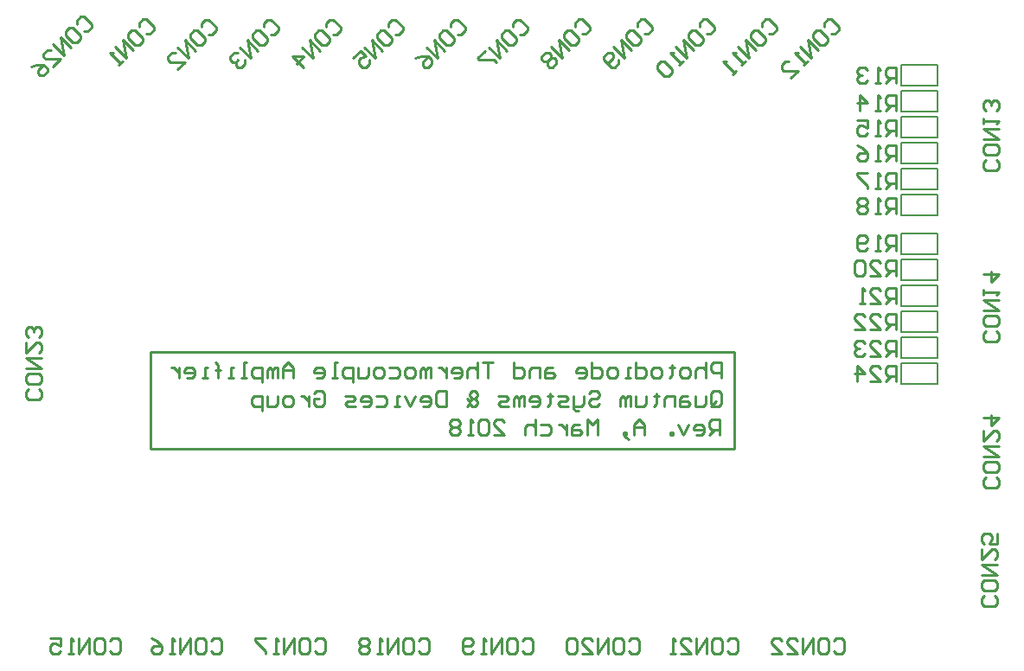
<source format=gbo>
G04 Layer_Color=32896*
%FSLAX25Y25*%
%MOIN*%
G70*
G01*
G75*
%ADD32C,0.00500*%
%ADD34C,0.01000*%
D32*
X457000Y443000D02*
X471000D01*
X457000Y451000D02*
X471000D01*
Y443000D02*
Y451000D01*
X457000Y443000D02*
Y451000D01*
Y433000D02*
X471000D01*
X457000Y441000D02*
X471000D01*
Y433000D02*
Y441000D01*
X457000Y433000D02*
Y441000D01*
Y423000D02*
X471000D01*
X457000Y431000D02*
X471000D01*
Y423000D02*
Y431000D01*
X457000Y423000D02*
Y431000D01*
Y413000D02*
X471000D01*
X457000Y421000D02*
X471000D01*
Y413000D02*
Y421000D01*
X457000Y413000D02*
Y421000D01*
Y403000D02*
X471000D01*
X457000Y411000D02*
X471000D01*
Y403000D02*
Y411000D01*
X457000Y403000D02*
Y411000D01*
Y393000D02*
X471000D01*
X457000Y401000D02*
X471000D01*
Y393000D02*
Y401000D01*
X457000Y393000D02*
Y401000D01*
Y378000D02*
X471000D01*
X457000Y386000D02*
X471000D01*
Y378000D02*
Y386000D01*
X457000Y378000D02*
Y386000D01*
Y368000D02*
X471000D01*
X457000Y376000D02*
X471000D01*
Y368000D02*
Y376000D01*
X457000Y368000D02*
Y376000D01*
Y358000D02*
X471000D01*
X457000Y366000D02*
X471000D01*
Y358000D02*
Y366000D01*
X457000Y358000D02*
Y366000D01*
Y348000D02*
X471000D01*
X457000Y356000D02*
X471000D01*
Y348000D02*
Y356000D01*
X457000Y348000D02*
Y356000D01*
Y338000D02*
X471000D01*
X457000Y346000D02*
X471000D01*
Y338000D02*
Y346000D01*
X457000Y338000D02*
Y346000D01*
Y328000D02*
X471000D01*
X457000Y336000D02*
X471000D01*
Y328000D02*
Y336000D01*
X457000Y328000D02*
Y336000D01*
D34*
X167500Y303000D02*
Y340500D01*
Y303000D02*
X392500D01*
Y340500D01*
X167500D02*
X392500D01*
X163138Y465707D02*
Y467121D01*
X164552Y468534D01*
X165966D01*
X168793Y465707D01*
Y464293D01*
X167379Y462879D01*
X165966D01*
X158897D02*
X160311Y464293D01*
X161724D01*
X164552Y461466D01*
Y460052D01*
X163138Y458638D01*
X161724D01*
X158897Y461466D01*
Y462879D01*
X161018Y456518D02*
X156776Y460759D01*
X158190Y453690D01*
X153949Y457931D01*
X156776Y452276D02*
X155362Y450862D01*
X156069Y451569D01*
X151828Y455811D01*
X153242D01*
X187138Y465586D02*
Y467000D01*
X188552Y468414D01*
X189966D01*
X192793Y465586D01*
Y464173D01*
X191379Y462759D01*
X189966D01*
X182897D02*
X184311Y464173D01*
X185724D01*
X188552Y461345D01*
Y459931D01*
X187138Y458518D01*
X185724D01*
X182897Y461345D01*
Y462759D01*
X185018Y456397D02*
X180776Y460638D01*
X182190Y453569D01*
X177949Y457811D01*
Y449328D02*
X180776Y452156D01*
X175121D01*
X174414Y452862D01*
Y454276D01*
X175828Y455690D01*
X177242D01*
X211138Y465586D02*
Y467000D01*
X212552Y468414D01*
X213966D01*
X216793Y465586D01*
Y464173D01*
X215379Y462759D01*
X213966D01*
X206897D02*
X208311Y464173D01*
X209724D01*
X212552Y461345D01*
Y459931D01*
X211138Y458518D01*
X209724D01*
X206897Y461345D01*
Y462759D01*
X209017Y456397D02*
X204776Y460638D01*
X206190Y453569D01*
X201949Y457811D01*
X201242Y455690D02*
X199828D01*
X198414Y454276D01*
Y452862D01*
X199121Y452156D01*
X200535D01*
X201242Y452862D01*
X200535Y452156D01*
Y450742D01*
X201242Y450035D01*
X202656D01*
X204069Y451449D01*
Y452862D01*
X235138Y465586D02*
Y467000D01*
X236552Y468414D01*
X237966D01*
X240793Y465586D01*
Y464173D01*
X239379Y462759D01*
X237966D01*
X230897D02*
X232311Y464173D01*
X233724D01*
X236552Y461345D01*
Y459931D01*
X235138Y458518D01*
X233724D01*
X230897Y461345D01*
Y462759D01*
X233017Y456397D02*
X228776Y460638D01*
X230190Y453569D01*
X225949Y457811D01*
X226656Y450035D02*
X222414Y454276D01*
X226656D01*
X223828Y451449D01*
X259138Y465586D02*
Y467000D01*
X260552Y468414D01*
X261966D01*
X264793Y465586D01*
Y464173D01*
X263379Y462759D01*
X261966D01*
X254897D02*
X256311Y464173D01*
X257724D01*
X260552Y461345D01*
Y459931D01*
X259138Y458518D01*
X257724D01*
X254897Y461345D01*
Y462759D01*
X257017Y456397D02*
X252776Y460638D01*
X254190Y453569D01*
X249949Y457811D01*
X245707Y453569D02*
X248535Y456397D01*
X250656Y454276D01*
X248535Y453569D01*
X247828Y452862D01*
Y451449D01*
X249242Y450035D01*
X250656D01*
X252069Y451449D01*
Y452862D01*
X283138Y465586D02*
Y467000D01*
X284552Y468414D01*
X285966D01*
X288793Y465586D01*
Y464173D01*
X287379Y462759D01*
X285966D01*
X278897D02*
X280311Y464173D01*
X281724D01*
X284552Y461345D01*
Y459931D01*
X283138Y458518D01*
X281724D01*
X278897Y461345D01*
Y462759D01*
X281017Y456397D02*
X276776Y460638D01*
X278190Y453569D01*
X273949Y457811D01*
X269707Y453569D02*
X271828Y454276D01*
X274656D01*
X276069Y452862D01*
Y451449D01*
X274656Y450035D01*
X273242D01*
X272535Y450742D01*
Y452156D01*
X274656Y454276D01*
X307138Y465586D02*
Y467000D01*
X308552Y468414D01*
X309966D01*
X312793Y465586D01*
Y464173D01*
X311379Y462759D01*
X309966D01*
X302897D02*
X304311Y464173D01*
X305724D01*
X308552Y461345D01*
Y459931D01*
X307138Y458518D01*
X305724D01*
X302897Y461345D01*
Y462759D01*
X305017Y456397D02*
X300776Y460638D01*
X302190Y453569D01*
X297949Y457811D01*
X296535Y456397D02*
X293707Y453569D01*
X294414Y452862D01*
X300069D01*
X300776Y452156D01*
X331138Y465707D02*
Y467121D01*
X332552Y468534D01*
X333966D01*
X336793Y465707D01*
Y464293D01*
X335379Y462879D01*
X333966D01*
X326897D02*
X328311Y464293D01*
X329724D01*
X332552Y461466D01*
Y460052D01*
X331138Y458638D01*
X329724D01*
X326897Y461466D01*
Y462879D01*
X329017Y456518D02*
X324776Y460759D01*
X326190Y453690D01*
X321949Y457931D01*
X321242Y455811D02*
X319828D01*
X318414Y454397D01*
Y452983D01*
X319121Y452276D01*
X320535D01*
Y450862D01*
X321242Y450156D01*
X322656D01*
X324069Y451569D01*
Y452983D01*
X323362Y453690D01*
X321949D01*
Y455104D01*
X321242Y455811D01*
X321949Y453690D02*
X320535Y452276D01*
X355138Y465707D02*
Y467121D01*
X356552Y468534D01*
X357966D01*
X360793Y465707D01*
Y464293D01*
X359379Y462879D01*
X357966D01*
X350897D02*
X352311Y464293D01*
X353724D01*
X356552Y461466D01*
Y460052D01*
X355138Y458638D01*
X353724D01*
X350897Y461466D01*
Y462879D01*
X353017Y456518D02*
X348776Y460759D01*
X350190Y453690D01*
X345949Y457931D01*
X348069Y452983D02*
Y451569D01*
X346656Y450156D01*
X345242D01*
X342414Y452983D01*
Y454397D01*
X343828Y455811D01*
X345242D01*
X345949Y455104D01*
Y453690D01*
X343828Y451569D01*
X379138Y465707D02*
Y467121D01*
X380552Y468534D01*
X381966D01*
X384793Y465707D01*
Y464293D01*
X383379Y462879D01*
X381966D01*
X374897D02*
X376311Y464293D01*
X377724D01*
X380552Y461466D01*
Y460052D01*
X379138Y458638D01*
X377724D01*
X374897Y461466D01*
Y462879D01*
X377017Y456518D02*
X372776Y460759D01*
X374190Y453690D01*
X369949Y457931D01*
X372776Y452276D02*
X371362Y450862D01*
X372069Y451569D01*
X367828Y455811D01*
X369242D01*
X365707Y452276D02*
X364294D01*
X362880Y450862D01*
Y449449D01*
X365707Y446621D01*
X367121D01*
X368535Y448035D01*
Y449449D01*
X365707Y452276D01*
X403138Y465707D02*
Y467121D01*
X404552Y468534D01*
X405966D01*
X408793Y465707D01*
Y464293D01*
X407379Y462879D01*
X405966D01*
X398897D02*
X400311Y464293D01*
X401724D01*
X404552Y461466D01*
Y460052D01*
X403138Y458638D01*
X401724D01*
X398897Y461466D01*
Y462879D01*
X401018Y456518D02*
X396776Y460759D01*
X398190Y453690D01*
X393949Y457931D01*
X396776Y452276D02*
X395362Y450862D01*
X396069Y451569D01*
X391828Y455811D01*
X393242D01*
Y448742D02*
X391828Y447328D01*
X392535Y448035D01*
X388294Y452276D01*
X389707D01*
X427138Y465707D02*
Y467121D01*
X428552Y468534D01*
X429966D01*
X432793Y465707D01*
Y464293D01*
X431379Y462879D01*
X429966D01*
X422897D02*
X424311Y464293D01*
X425724D01*
X428552Y461466D01*
Y460052D01*
X427138Y458638D01*
X425724D01*
X422897Y461466D01*
Y462879D01*
X425017Y456518D02*
X420776Y460759D01*
X422190Y453690D01*
X417949Y457931D01*
X420776Y452276D02*
X419362Y450862D01*
X420069Y451569D01*
X415828Y455811D01*
X417242D01*
X414414Y445914D02*
X417242Y448742D01*
X411587D01*
X410880Y449449D01*
Y450862D01*
X412294Y452276D01*
X413707D01*
X493498Y414499D02*
X494498Y413499D01*
Y411500D01*
X493498Y410500D01*
X489500D01*
X488500Y411500D01*
Y413499D01*
X489500Y414499D01*
X494498Y419497D02*
Y417498D01*
X493498Y416498D01*
X489500D01*
X488500Y417498D01*
Y419497D01*
X489500Y420497D01*
X493498D01*
X494498Y419497D01*
X488500Y422496D02*
X494498D01*
X488500Y426495D01*
X494498D01*
X488500Y428494D02*
Y430493D01*
Y429494D01*
X494498D01*
X493498Y428494D01*
Y433493D02*
X494498Y434492D01*
Y436492D01*
X493498Y437491D01*
X492499D01*
X491499Y436492D01*
Y435492D01*
Y436492D01*
X490499Y437491D01*
X489500D01*
X488500Y436492D01*
Y434492D01*
X489500Y433493D01*
X493498Y348499D02*
X494498Y347499D01*
Y345500D01*
X493498Y344500D01*
X489500D01*
X488500Y345500D01*
Y347499D01*
X489500Y348499D01*
X494498Y353497D02*
Y351498D01*
X493498Y350498D01*
X489500D01*
X488500Y351498D01*
Y353497D01*
X489500Y354497D01*
X493498D01*
X494498Y353497D01*
X488500Y356496D02*
X494498D01*
X488500Y360495D01*
X494498D01*
X488500Y362494D02*
Y364493D01*
Y363494D01*
X494498D01*
X493498Y362494D01*
X488500Y370492D02*
X494498D01*
X491499Y367493D01*
Y371491D01*
X152001Y228998D02*
X153001Y229998D01*
X155000D01*
X156000Y228998D01*
Y225000D01*
X155000Y224000D01*
X153001D01*
X152001Y225000D01*
X147003Y229998D02*
X149002D01*
X150002Y228998D01*
Y225000D01*
X149002Y224000D01*
X147003D01*
X146003Y225000D01*
Y228998D01*
X147003Y229998D01*
X144004Y224000D02*
Y229998D01*
X140005Y224000D01*
Y229998D01*
X138006Y224000D02*
X136006D01*
X137006D01*
Y229998D01*
X138006Y228998D01*
X129009Y229998D02*
X133007D01*
Y226999D01*
X131008Y227999D01*
X130008D01*
X129009Y226999D01*
Y225000D01*
X130008Y224000D01*
X132008D01*
X133007Y225000D01*
X191001Y228998D02*
X192001Y229998D01*
X194000D01*
X195000Y228998D01*
Y225000D01*
X194000Y224000D01*
X192001D01*
X191001Y225000D01*
X186003Y229998D02*
X188002D01*
X189002Y228998D01*
Y225000D01*
X188002Y224000D01*
X186003D01*
X185003Y225000D01*
Y228998D01*
X186003Y229998D01*
X183004Y224000D02*
Y229998D01*
X179005Y224000D01*
Y229998D01*
X177006Y224000D02*
X175006D01*
X176006D01*
Y229998D01*
X177006Y228998D01*
X168009Y229998D02*
X170008Y228998D01*
X172007Y226999D01*
Y225000D01*
X171008Y224000D01*
X169008D01*
X168009Y225000D01*
Y225999D01*
X169008Y226999D01*
X172007D01*
X231001Y228998D02*
X232001Y229998D01*
X234000D01*
X235000Y228998D01*
Y225000D01*
X234000Y224000D01*
X232001D01*
X231001Y225000D01*
X226003Y229998D02*
X228002D01*
X229002Y228998D01*
Y225000D01*
X228002Y224000D01*
X226003D01*
X225003Y225000D01*
Y228998D01*
X226003Y229998D01*
X223004Y224000D02*
Y229998D01*
X219005Y224000D01*
Y229998D01*
X217006Y224000D02*
X215006D01*
X216006D01*
Y229998D01*
X217006Y228998D01*
X212007Y229998D02*
X208009D01*
Y228998D01*
X212007Y225000D01*
Y224000D01*
X271001Y228998D02*
X272001Y229998D01*
X274000D01*
X275000Y228998D01*
Y225000D01*
X274000Y224000D01*
X272001D01*
X271001Y225000D01*
X266003Y229998D02*
X268002D01*
X269002Y228998D01*
Y225000D01*
X268002Y224000D01*
X266003D01*
X265003Y225000D01*
Y228998D01*
X266003Y229998D01*
X263004Y224000D02*
Y229998D01*
X259005Y224000D01*
Y229998D01*
X257006Y224000D02*
X255007D01*
X256006D01*
Y229998D01*
X257006Y228998D01*
X252007D02*
X251008Y229998D01*
X249008D01*
X248009Y228998D01*
Y227999D01*
X249008Y226999D01*
X248009Y225999D01*
Y225000D01*
X249008Y224000D01*
X251008D01*
X252007Y225000D01*
Y225999D01*
X251008Y226999D01*
X252007Y227999D01*
Y228998D01*
X251008Y226999D02*
X249008D01*
X311001Y228998D02*
X312001Y229998D01*
X314000D01*
X315000Y228998D01*
Y225000D01*
X314000Y224000D01*
X312001D01*
X311001Y225000D01*
X306003Y229998D02*
X308002D01*
X309002Y228998D01*
Y225000D01*
X308002Y224000D01*
X306003D01*
X305003Y225000D01*
Y228998D01*
X306003Y229998D01*
X303004Y224000D02*
Y229998D01*
X299005Y224000D01*
Y229998D01*
X297006Y224000D02*
X295006D01*
X296006D01*
Y229998D01*
X297006Y228998D01*
X292007Y225000D02*
X291008Y224000D01*
X289008D01*
X288009Y225000D01*
Y228998D01*
X289008Y229998D01*
X291008D01*
X292007Y228998D01*
Y227999D01*
X291008Y226999D01*
X288009D01*
X352001Y228998D02*
X353001Y229998D01*
X355000D01*
X356000Y228998D01*
Y225000D01*
X355000Y224000D01*
X353001D01*
X352001Y225000D01*
X347003Y229998D02*
X349002D01*
X350002Y228998D01*
Y225000D01*
X349002Y224000D01*
X347003D01*
X346003Y225000D01*
Y228998D01*
X347003Y229998D01*
X344004Y224000D02*
Y229998D01*
X340005Y224000D01*
Y229998D01*
X334007Y224000D02*
X338006D01*
X334007Y227999D01*
Y228998D01*
X335007Y229998D01*
X337006D01*
X338006Y228998D01*
X332008D02*
X331008Y229998D01*
X329009D01*
X328009Y228998D01*
Y225000D01*
X329009Y224000D01*
X331008D01*
X332008Y225000D01*
Y228998D01*
X390001D02*
X391001Y229998D01*
X393000D01*
X394000Y228998D01*
Y225000D01*
X393000Y224000D01*
X391001D01*
X390001Y225000D01*
X385003Y229998D02*
X387002D01*
X388002Y228998D01*
Y225000D01*
X387002Y224000D01*
X385003D01*
X384003Y225000D01*
Y228998D01*
X385003Y229998D01*
X382004Y224000D02*
Y229998D01*
X378005Y224000D01*
Y229998D01*
X372007Y224000D02*
X376006D01*
X372007Y227999D01*
Y228998D01*
X373007Y229998D01*
X375006D01*
X376006Y228998D01*
X370008Y224000D02*
X368008D01*
X369008D01*
Y229998D01*
X370008Y228998D01*
X431001D02*
X432001Y229998D01*
X434000D01*
X435000Y228998D01*
Y225000D01*
X434000Y224000D01*
X432001D01*
X431001Y225000D01*
X426003Y229998D02*
X428002D01*
X429002Y228998D01*
Y225000D01*
X428002Y224000D01*
X426003D01*
X425003Y225000D01*
Y228998D01*
X426003Y229998D01*
X423004Y224000D02*
Y229998D01*
X419005Y224000D01*
Y229998D01*
X413007Y224000D02*
X417006D01*
X413007Y227999D01*
Y228998D01*
X414007Y229998D01*
X416006D01*
X417006Y228998D01*
X407009Y224000D02*
X411008D01*
X407009Y227999D01*
Y228998D01*
X408009Y229998D01*
X410008D01*
X411008Y228998D01*
X124498Y325999D02*
X125498Y324999D01*
Y323000D01*
X124498Y322000D01*
X120500D01*
X119500Y323000D01*
Y324999D01*
X120500Y325999D01*
X125498Y330997D02*
Y328998D01*
X124498Y327998D01*
X120500D01*
X119500Y328998D01*
Y330997D01*
X120500Y331997D01*
X124498D01*
X125498Y330997D01*
X119500Y333996D02*
X125498D01*
X119500Y337995D01*
X125498D01*
X119500Y343993D02*
Y339994D01*
X123499Y343993D01*
X124498D01*
X125498Y342993D01*
Y340994D01*
X124498Y339994D01*
Y345992D02*
X125498Y346992D01*
Y348991D01*
X124498Y349991D01*
X123499D01*
X122499Y348991D01*
Y347992D01*
Y348991D01*
X121499Y349991D01*
X120500D01*
X119500Y348991D01*
Y346992D01*
X120500Y345992D01*
X493498Y291999D02*
X494498Y290999D01*
Y289000D01*
X493498Y288000D01*
X489500D01*
X488500Y289000D01*
Y290999D01*
X489500Y291999D01*
X494498Y296997D02*
Y294998D01*
X493498Y293998D01*
X489500D01*
X488500Y294998D01*
Y296997D01*
X489500Y297997D01*
X493498D01*
X494498Y296997D01*
X488500Y299996D02*
X494498D01*
X488500Y303995D01*
X494498D01*
X488500Y309993D02*
Y305994D01*
X492499Y309993D01*
X493498D01*
X494498Y308993D01*
Y306994D01*
X493498Y305994D01*
X488500Y314991D02*
X494498D01*
X491499Y311992D01*
Y315991D01*
X492998Y246499D02*
X493998Y245499D01*
Y243500D01*
X492998Y242500D01*
X489000D01*
X488000Y243500D01*
Y245499D01*
X489000Y246499D01*
X493998Y251497D02*
Y249498D01*
X492998Y248498D01*
X489000D01*
X488000Y249498D01*
Y251497D01*
X489000Y252497D01*
X492998D01*
X493998Y251497D01*
X488000Y254496D02*
X493998D01*
X488000Y258495D01*
X493998D01*
X488000Y264493D02*
Y260494D01*
X491999Y264493D01*
X492998D01*
X493998Y263493D01*
Y261494D01*
X492998Y260494D01*
X493998Y270491D02*
Y266492D01*
X490999D01*
X491999Y268492D01*
Y269491D01*
X490999Y270491D01*
X489000D01*
X488000Y269491D01*
Y267492D01*
X489000Y266492D01*
X139138Y466707D02*
Y468121D01*
X140552Y469534D01*
X141966D01*
X144793Y466707D01*
Y465293D01*
X143379Y463879D01*
X141966D01*
X134897D02*
X136311Y465293D01*
X137724D01*
X140552Y462466D01*
Y461052D01*
X139138Y459638D01*
X137724D01*
X134897Y462466D01*
Y463879D01*
X137018Y457517D02*
X132776Y461759D01*
X134190Y454690D01*
X129949Y458931D01*
Y450449D02*
X132776Y453276D01*
X127121D01*
X126414Y453983D01*
Y455397D01*
X127828Y456811D01*
X129242D01*
X121466Y450449D02*
X123587Y451156D01*
X126414D01*
X127828Y449742D01*
Y448328D01*
X126414Y446914D01*
X125001D01*
X124294Y447621D01*
Y449035D01*
X126414Y451156D01*
X455000Y444000D02*
Y449998D01*
X452001D01*
X451001Y448998D01*
Y446999D01*
X452001Y445999D01*
X455000D01*
X453001D02*
X451001Y444000D01*
X449002D02*
X447003D01*
X448002D01*
Y449998D01*
X449002Y448998D01*
X444004D02*
X443004Y449998D01*
X441005D01*
X440005Y448998D01*
Y447999D01*
X441005Y446999D01*
X442004D01*
X441005D01*
X440005Y445999D01*
Y445000D01*
X441005Y444000D01*
X443004D01*
X444004Y445000D01*
X455000Y433364D02*
Y439362D01*
X452001D01*
X451001Y438362D01*
Y436363D01*
X452001Y435363D01*
X455000D01*
X453001D02*
X451001Y433364D01*
X449002D02*
X447003D01*
X448002D01*
Y439362D01*
X449002Y438362D01*
X441005Y433364D02*
Y439362D01*
X444004Y436363D01*
X440005D01*
X455000Y423727D02*
Y429725D01*
X452001D01*
X451001Y428726D01*
Y426726D01*
X452001Y425727D01*
X455000D01*
X453001D02*
X451001Y423727D01*
X449002D02*
X447003D01*
X448002D01*
Y429725D01*
X449002Y428726D01*
X440005Y429725D02*
X444004D01*
Y426726D01*
X442004Y427726D01*
X441005D01*
X440005Y426726D01*
Y424727D01*
X441005Y423727D01*
X443004D01*
X444004Y424727D01*
X455000Y414091D02*
Y420089D01*
X452001D01*
X451001Y419089D01*
Y417090D01*
X452001Y416090D01*
X455000D01*
X453001D02*
X451001Y414091D01*
X449002D02*
X447003D01*
X448002D01*
Y420089D01*
X449002Y419089D01*
X440005Y420089D02*
X442004Y419089D01*
X444004Y417090D01*
Y415091D01*
X443004Y414091D01*
X441005D01*
X440005Y415091D01*
Y416090D01*
X441005Y417090D01*
X444004D01*
X455000Y403455D02*
Y409453D01*
X452001D01*
X451001Y408453D01*
Y406454D01*
X452001Y405454D01*
X455000D01*
X453001D02*
X451001Y403455D01*
X449002D02*
X447003D01*
X448002D01*
Y409453D01*
X449002Y408453D01*
X444004Y409453D02*
X440005D01*
Y408453D01*
X444004Y404454D01*
Y403455D01*
X455000Y393818D02*
Y399816D01*
X452001D01*
X451001Y398817D01*
Y396817D01*
X452001Y395818D01*
X455000D01*
X453001D02*
X451001Y393818D01*
X449002D02*
X447003D01*
X448002D01*
Y399816D01*
X449002Y398817D01*
X444004D02*
X443004Y399816D01*
X441005D01*
X440005Y398817D01*
Y397817D01*
X441005Y396817D01*
X440005Y395818D01*
Y394818D01*
X441005Y393818D01*
X443004D01*
X444004Y394818D01*
Y395818D01*
X443004Y396817D01*
X444004Y397817D01*
Y398817D01*
X443004Y396817D02*
X441005D01*
X455000Y379182D02*
Y385180D01*
X452001D01*
X451001Y384180D01*
Y382181D01*
X452001Y381181D01*
X455000D01*
X453001D02*
X451001Y379182D01*
X449002D02*
X447003D01*
X448002D01*
Y385180D01*
X449002Y384180D01*
X444004Y380182D02*
X443004Y379182D01*
X441005D01*
X440005Y380182D01*
Y384180D01*
X441005Y385180D01*
X443004D01*
X444004Y384180D01*
Y383181D01*
X443004Y382181D01*
X440005D01*
X455000Y369546D02*
Y375543D01*
X452001D01*
X451001Y374544D01*
Y372545D01*
X452001Y371545D01*
X455000D01*
X453001D02*
X451001Y369546D01*
X445003D02*
X449002D01*
X445003Y373544D01*
Y374544D01*
X446003Y375543D01*
X448002D01*
X449002Y374544D01*
X443004D02*
X442004Y375543D01*
X440005D01*
X439005Y374544D01*
Y370545D01*
X440005Y369546D01*
X442004D01*
X443004Y370545D01*
Y374544D01*
X455000Y358909D02*
Y364907D01*
X452001D01*
X451001Y363908D01*
Y361908D01*
X452001Y360909D01*
X455000D01*
X453001D02*
X451001Y358909D01*
X445003D02*
X449002D01*
X445003Y362908D01*
Y363908D01*
X446003Y364907D01*
X448002D01*
X449002Y363908D01*
X443004Y358909D02*
X441005D01*
X442004D01*
Y364907D01*
X443004Y363908D01*
X455000Y349000D02*
Y354998D01*
X452001D01*
X451001Y353998D01*
Y351999D01*
X452001Y350999D01*
X455000D01*
X453001D02*
X451001Y349000D01*
X445003D02*
X449002D01*
X445003Y352999D01*
Y353998D01*
X446003Y354998D01*
X448002D01*
X449002Y353998D01*
X439005Y349000D02*
X443004D01*
X439005Y352999D01*
Y353998D01*
X440005Y354998D01*
X442004D01*
X443004Y353998D01*
X455000Y338636D02*
Y344634D01*
X452001D01*
X451001Y343635D01*
Y341635D01*
X452001Y340636D01*
X455000D01*
X453001D02*
X451001Y338636D01*
X445003D02*
X449002D01*
X445003Y342635D01*
Y343635D01*
X446003Y344634D01*
X448002D01*
X449002Y343635D01*
X443004D02*
X442004Y344634D01*
X440005D01*
X439005Y343635D01*
Y342635D01*
X440005Y341635D01*
X441005D01*
X440005D01*
X439005Y340636D01*
Y339636D01*
X440005Y338636D01*
X442004D01*
X443004Y339636D01*
X455000Y329000D02*
Y334998D01*
X452001D01*
X451001Y333998D01*
Y331999D01*
X452001Y330999D01*
X455000D01*
X453001D02*
X451001Y329000D01*
X445003D02*
X449002D01*
X445003Y332999D01*
Y333998D01*
X446003Y334998D01*
X448002D01*
X449002Y333998D01*
X440005Y329000D02*
Y334998D01*
X443004Y331999D01*
X439005D01*
X387500Y330500D02*
Y336498D01*
X384501D01*
X383501Y335498D01*
Y333499D01*
X384501Y332499D01*
X387500D01*
X381502Y336498D02*
Y330500D01*
Y333499D01*
X380502Y334499D01*
X378503D01*
X377503Y333499D01*
Y330500D01*
X374504D02*
X372505D01*
X371505Y331500D01*
Y333499D01*
X372505Y334499D01*
X374504D01*
X375504Y333499D01*
Y331500D01*
X374504Y330500D01*
X368506Y335498D02*
Y334499D01*
X369506D01*
X367507D01*
X368506D01*
Y331500D01*
X367507Y330500D01*
X363508D02*
X361508D01*
X360509Y331500D01*
Y333499D01*
X361508Y334499D01*
X363508D01*
X364507Y333499D01*
Y331500D01*
X363508Y330500D01*
X354511Y336498D02*
Y330500D01*
X357510D01*
X358509Y331500D01*
Y333499D01*
X357510Y334499D01*
X354511D01*
X352511Y330500D02*
X350512D01*
X351512D01*
Y334499D01*
X352511D01*
X346513Y330500D02*
X344514D01*
X343514Y331500D01*
Y333499D01*
X344514Y334499D01*
X346513D01*
X347513Y333499D01*
Y331500D01*
X346513Y330500D01*
X337516Y336498D02*
Y330500D01*
X340515D01*
X341515Y331500D01*
Y333499D01*
X340515Y334499D01*
X337516D01*
X332518Y330500D02*
X334517D01*
X335517Y331500D01*
Y333499D01*
X334517Y334499D01*
X332518D01*
X331518Y333499D01*
Y332499D01*
X335517D01*
X322521Y334499D02*
X320522D01*
X319522Y333499D01*
Y330500D01*
X322521D01*
X323521Y331500D01*
X322521Y332499D01*
X319522D01*
X317523Y330500D02*
Y334499D01*
X314524D01*
X313524Y333499D01*
Y330500D01*
X307526Y336498D02*
Y330500D01*
X310525D01*
X311525Y331500D01*
Y333499D01*
X310525Y334499D01*
X307526D01*
X299529Y336498D02*
X295530D01*
X297529D01*
Y330500D01*
X293530Y336498D02*
Y330500D01*
Y333499D01*
X292531Y334499D01*
X290531D01*
X289532Y333499D01*
Y330500D01*
X284533D02*
X286533D01*
X287532Y331500D01*
Y333499D01*
X286533Y334499D01*
X284533D01*
X283534Y333499D01*
Y332499D01*
X287532D01*
X281534Y334499D02*
Y330500D01*
Y332499D01*
X280535Y333499D01*
X279535Y334499D01*
X278535D01*
X275536Y330500D02*
Y334499D01*
X274536D01*
X273537Y333499D01*
Y330500D01*
Y333499D01*
X272537Y334499D01*
X271537Y333499D01*
Y330500D01*
X268538D02*
X266539D01*
X265539Y331500D01*
Y333499D01*
X266539Y334499D01*
X268538D01*
X269538Y333499D01*
Y331500D01*
X268538Y330500D01*
X259541Y334499D02*
X262540D01*
X263540Y333499D01*
Y331500D01*
X262540Y330500D01*
X259541D01*
X256542D02*
X254543D01*
X253543Y331500D01*
Y333499D01*
X254543Y334499D01*
X256542D01*
X257542Y333499D01*
Y331500D01*
X256542Y330500D01*
X251544Y334499D02*
Y331500D01*
X250544Y330500D01*
X247545D01*
Y334499D01*
X245546Y328501D02*
Y334499D01*
X242547D01*
X241547Y333499D01*
Y331500D01*
X242547Y330500D01*
X245546D01*
X239548D02*
X237548D01*
X238548D01*
Y336498D01*
X239548D01*
X231551Y330500D02*
X233550D01*
X234549Y331500D01*
Y333499D01*
X233550Y334499D01*
X231551D01*
X230551Y333499D01*
Y332499D01*
X234549D01*
X222553Y330500D02*
Y334499D01*
X220554Y336498D01*
X218555Y334499D01*
Y330500D01*
Y333499D01*
X222553D01*
X216555Y330500D02*
Y334499D01*
X215556D01*
X214556Y333499D01*
Y330500D01*
Y333499D01*
X213556Y334499D01*
X212557Y333499D01*
Y330500D01*
X210557Y328501D02*
Y334499D01*
X207558D01*
X206558Y333499D01*
Y331500D01*
X207558Y330500D01*
X210557D01*
X204559D02*
X202560D01*
X203559D01*
Y336498D01*
X204559D01*
X199561Y330500D02*
X197561D01*
X198561D01*
Y334499D01*
X199561D01*
X193563Y330500D02*
Y335498D01*
Y333499D01*
X194562D01*
X192563D01*
X193563D01*
Y335498D01*
X192563Y336498D01*
X189564Y330500D02*
X187565D01*
X188564D01*
Y334499D01*
X189564D01*
X181567Y330500D02*
X183566D01*
X184566Y331500D01*
Y333499D01*
X183566Y334499D01*
X181567D01*
X180567Y333499D01*
Y332499D01*
X184566D01*
X178568Y334499D02*
Y330500D01*
Y332499D01*
X177568Y333499D01*
X176568Y334499D01*
X175569D01*
X383501Y320500D02*
Y324498D01*
X384501Y325498D01*
X386500D01*
X387500Y324498D01*
Y320500D01*
X386500Y319500D01*
X384501D01*
X385501Y321499D02*
X383501Y319500D01*
X384501D02*
X383501Y320500D01*
X381502Y323499D02*
Y320500D01*
X380502Y319500D01*
X377503D01*
Y323499D01*
X374504D02*
X372505D01*
X371505Y322499D01*
Y319500D01*
X374504D01*
X375504Y320500D01*
X374504Y321499D01*
X371505D01*
X369506Y319500D02*
Y323499D01*
X366507D01*
X365507Y322499D01*
Y319500D01*
X362508Y324498D02*
Y323499D01*
X363508D01*
X361508D01*
X362508D01*
Y320500D01*
X361508Y319500D01*
X358509Y323499D02*
Y320500D01*
X357510Y319500D01*
X354511D01*
Y323499D01*
X352511Y319500D02*
Y323499D01*
X351512D01*
X350512Y322499D01*
Y319500D01*
Y322499D01*
X349512Y323499D01*
X348513Y322499D01*
Y319500D01*
X336516Y324498D02*
X337516Y325498D01*
X339515D01*
X340515Y324498D01*
Y323499D01*
X339515Y322499D01*
X337516D01*
X336516Y321499D01*
Y320500D01*
X337516Y319500D01*
X339515D01*
X340515Y320500D01*
X334517Y323499D02*
Y320500D01*
X333518Y319500D01*
X330518D01*
Y318500D01*
X331518Y317501D01*
X332518D01*
X330518Y319500D02*
Y323499D01*
X328519Y319500D02*
X325520D01*
X324520Y320500D01*
X325520Y321499D01*
X327519D01*
X328519Y322499D01*
X327519Y323499D01*
X324520D01*
X321521Y324498D02*
Y323499D01*
X322521D01*
X320522D01*
X321521D01*
Y320500D01*
X320522Y319500D01*
X314524D02*
X316523D01*
X317523Y320500D01*
Y322499D01*
X316523Y323499D01*
X314524D01*
X313524Y322499D01*
Y321499D01*
X317523D01*
X311525Y319500D02*
Y323499D01*
X310525D01*
X309525Y322499D01*
Y319500D01*
Y322499D01*
X308526Y323499D01*
X307526Y322499D01*
Y319500D01*
X305526D02*
X302527D01*
X301528Y320500D01*
X302527Y321499D01*
X304527D01*
X305526Y322499D01*
X304527Y323499D01*
X301528D01*
X289532Y319500D02*
X290531Y320500D01*
X291531Y319500D01*
X292531D01*
X293530Y320500D01*
Y321499D01*
X292531Y322499D01*
X293530Y323499D01*
Y324498D01*
X292531Y325498D01*
X291531D01*
X290531Y324498D01*
Y323499D01*
X291531Y322499D01*
X290531Y321499D01*
Y320500D01*
X289532Y322499D02*
X290531Y321499D01*
X292531Y322499D02*
X291531D01*
X281534Y325498D02*
Y319500D01*
X278535D01*
X277536Y320500D01*
Y324498D01*
X278535Y325498D01*
X281534D01*
X272537Y319500D02*
X274536D01*
X275536Y320500D01*
Y322499D01*
X274536Y323499D01*
X272537D01*
X271537Y322499D01*
Y321499D01*
X275536D01*
X269538Y323499D02*
X267539Y319500D01*
X265539Y323499D01*
X263540Y319500D02*
X261541D01*
X262540D01*
Y323499D01*
X263540D01*
X254543D02*
X257542D01*
X258542Y322499D01*
Y320500D01*
X257542Y319500D01*
X254543D01*
X249545D02*
X251544D01*
X252544Y320500D01*
Y322499D01*
X251544Y323499D01*
X249545D01*
X248545Y322499D01*
Y321499D01*
X252544D01*
X246546Y319500D02*
X243547D01*
X242547Y320500D01*
X243547Y321499D01*
X245546D01*
X246546Y322499D01*
X245546Y323499D01*
X242547D01*
X230551Y324498D02*
X231551Y325498D01*
X233550D01*
X234549Y324498D01*
Y320500D01*
X233550Y319500D01*
X231551D01*
X230551Y320500D01*
Y322499D01*
X232550D01*
X228551Y323499D02*
Y319500D01*
Y321499D01*
X227552Y322499D01*
X226552Y323499D01*
X225552D01*
X221554Y319500D02*
X219554D01*
X218555Y320500D01*
Y322499D01*
X219554Y323499D01*
X221554D01*
X222553Y322499D01*
Y320500D01*
X221554Y319500D01*
X216555Y323499D02*
Y320500D01*
X215556Y319500D01*
X212557D01*
Y323499D01*
X210557Y317501D02*
Y323499D01*
X207558D01*
X206558Y322499D01*
Y320500D01*
X207558Y319500D01*
X210557D01*
X387000Y308500D02*
Y314498D01*
X384001D01*
X383001Y313498D01*
Y311499D01*
X384001Y310499D01*
X387000D01*
X385001D02*
X383001Y308500D01*
X378003D02*
X380002D01*
X381002Y309500D01*
Y311499D01*
X380002Y312499D01*
X378003D01*
X377003Y311499D01*
Y310499D01*
X381002D01*
X375004Y312499D02*
X373005Y308500D01*
X371005Y312499D01*
X369006Y308500D02*
Y309500D01*
X368006D01*
Y308500D01*
X369006D01*
X358009D02*
Y312499D01*
X356010Y314498D01*
X354011Y312499D01*
Y308500D01*
Y311499D01*
X358009D01*
X351012Y307500D02*
X350012Y308500D01*
Y309500D01*
X351012D01*
Y308500D01*
X350012D01*
X351012Y307500D01*
X352011Y306501D01*
X340015Y308500D02*
Y314498D01*
X338016Y312499D01*
X336017Y314498D01*
Y308500D01*
X333017Y312499D02*
X331018D01*
X330018Y311499D01*
Y308500D01*
X333017D01*
X334017Y309500D01*
X333017Y310499D01*
X330018D01*
X328019Y312499D02*
Y308500D01*
Y310499D01*
X327019Y311499D01*
X326020Y312499D01*
X325020D01*
X318022D02*
X321021D01*
X322021Y311499D01*
Y309500D01*
X321021Y308500D01*
X318022D01*
X316023Y314498D02*
Y308500D01*
Y311499D01*
X315023Y312499D01*
X313024D01*
X312024Y311499D01*
Y308500D01*
X300028D02*
X304027D01*
X300028Y312499D01*
Y313498D01*
X301028Y314498D01*
X303027D01*
X304027Y313498D01*
X298029D02*
X297029Y314498D01*
X295030D01*
X294030Y313498D01*
Y309500D01*
X295030Y308500D01*
X297029D01*
X298029Y309500D01*
Y313498D01*
X292031Y308500D02*
X290031D01*
X291031D01*
Y314498D01*
X292031Y313498D01*
X287032D02*
X286033Y314498D01*
X284033D01*
X283034Y313498D01*
Y312499D01*
X284033Y311499D01*
X283034Y310499D01*
Y309500D01*
X284033Y308500D01*
X286033D01*
X287032Y309500D01*
Y310499D01*
X286033Y311499D01*
X287032Y312499D01*
Y313498D01*
X286033Y311499D02*
X284033D01*
M02*

</source>
